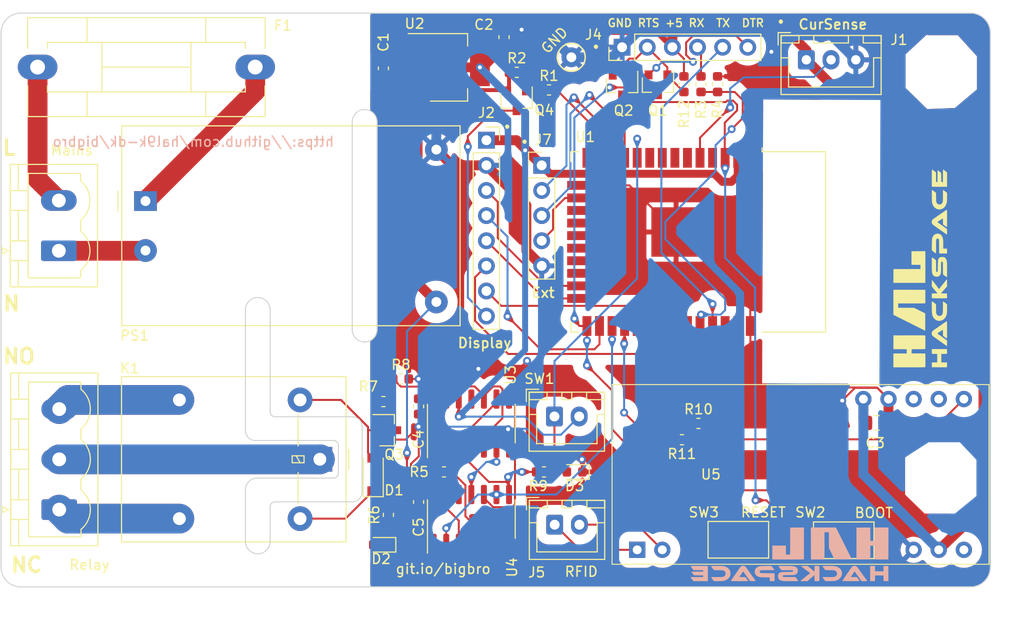
<source format=kicad_pcb>
(kicad_pcb (version 20240819) (generator "pcbnew") (generator_version "8.99")
  (title_block (comment 4 "AISLER Project ID: SQCZZVGA"))
  (layers (0 "F.Cu" signal) (2 "B.Cu" signal) (13 "F.Paste" user) (15 "B.Paste" user) (5 "F.SilkS" user) (7 "B.SilkS" user) (1 "F.Mask" user) (3 "B.Mask" user) (25 "Edge.Cuts" user))
  (net 0 "")
  (net 1 "+5V")
  (net 2 "GND")
  (net 3 "+3V3")
  (net 4 "Net-(D1-A)")
  (net 5 "Net-(D2-K)")
  (net 6 "Net-(J3-Pin_1)")
  (net 7 "Net-(PS1-AC{slash}L)")
  (net 8 "/MCU_TX0")
  (net 9 "/~{DTR}")
  (net 10 "Net-(J3-Pin_2)")
  (net 11 "/~{BOOT}")
  (net 12 "/~{RESET}")
  (net 13 "Net-(J4-Pin_4)")
  (net 14 "/MCU_RX0")
  (net 15 "/card_switch")
  (net 16 "/relay_gpio")
  (net 17 "/relay")
  (net 18 "Net-(J5-Pin_1)")
  (net 19 "Net-(J5-Pin_2)")
  (net 20 "Net-(Q3-G)")
  (net 21 "Net-(Q4-B)")
  (net 25 "Ext1")
  (net 28 "Ext2")
  (net 30 "Display_Led")
  (net 33 "Ext3")
  (net 34 "/Relay_trig")
  (net 35 "/Relay_reset")
  (net 36 "/~{relay_gpio}")
  (net 37 "/~{card_switch}")
  (net 38 "/COM")
  (net 39 "/NO")
  (net 40 "/NC")
  (net 43 "Display_SCk")
  (net 44 "Display_SDA")
  (net 45 "Display_A0")
  (net 46 "Display_Reset")
  (net 47 "Display_CS")
  (net 49 "Display_backlight")
  (net 51 "ESP_RFID_TX")
  (net 56 "Net-(U3-Pad4)")
  (net 61 "Net-(D3-A)")
  (net 63 "/CurrentSense")
  (net 65 "Net-(U5-TX)")
  (net 66 "~{RTS}")
  (footprint "LED_SMD:LED_0603_1608Metric" (layer "F.Cu") (at 104.4195 110.744 180)
    (property "Reference" "D2")
    (property "Value" "LED")
  )
  (footprint "Package_TO_SOT_SMD:SOT-223-3_TabPin2" (layer "F.Cu") (at 111.252 62.484)
    (property "Reference" "U2")
    (property "Value" "AP1117-33")
  )
  (footprint "modules:Fuseholder5x20_horiz_SemiClosed_Casing10x25mm" (layer "F.Cu") (at 69.694 62.459)
    (property "Reference" "F1")
    (property "Value" "250mA")
  )
  (footprint "Resistor_SMD:R_0603_1608Metric" (layer "F.Cu") (at 136.7536 64.1859 -90)
    (property "Reference" "R3")
    (property "Value" "1k2")
  )
  (footprint "Resistor_SMD:R_0603_1608Metric" (layer "F.Cu") (at 118.1355 62.992)
    (property "Reference" "R2")
    (property "Value" "1k")
  )
  (footprint "MountingHole:MountingHole_3.2mm_M3" (layer "F.Cu") (at 74 89)
    (property "Reference" "H1" (hide yes))
    (property "Value" "MountingHole" (hide yes))
  )
  (footprint "Capacitor_SMD:C_0603_1608Metric" (layer "F.Cu") (at 108.204 106.413 -90)
    (property "Reference" "C5")
    (property "Value" "100n")
  )
  (footprint "Connector_PinHeader_2.54mm:PinHeader_1x05_P2.54mm_Vertical" (layer "F.Cu") (at 120.65 72.39)
    (property "Reference" "J7")
    (property "Value" "Ext")
  )
  (footprint "Package_TO_SOT_SMD:SOT-23" (layer "F.Cu") (at 128.778 64.278 -90)
    (property "Reference" "Q2")
    (property "Value" "MMBT3904")
  )
  (footprint "RF_Module:ESP32-WROOM-32" (layer "F.Cu") (at 133.477 80.128 -90)
    (property "Reference" "U1")
    (property "Value" "ESP32-WROOM-32")
  )
  (footprint "Resistor_SMD:R_0603_1608Metric" (layer "F.Cu") (at 104.648 96.266 180)
    (property "Reference" "R7")
    (property "Value" "1k")
  )
  (footprint "hal9k-graphics:hal9k-logo_20mm" (layer "F.Cu") (at 158.9024 82.804 90)
    (property "Reference" "G***" (hide yes))
    (property "Value" "LOGO" (hide yes))
  )
  (footprint "Capacitor_SMD:C_0603_1608Metric_Pad1.08x0.95mm_HandSolder" (layer "F.Cu") (at 116.84 59.436 90)
    (property "Reference" "C2")
    (property "Value" "10u")
  )
  (footprint "Connector_JST:JST_XH_B3B-XH-A_1x03_P2.50mm_Vertical" (layer "F.Cu") (at 147.4 61.722)
    (property "Reference" "J1")
    (property "Value" "Current Sense")
  )
  (footprint "Converter_ACDC:Converter_ACDC_HiLink_HLK-PMxx" (layer "F.Cu") (at 80.6 76)
    (property "Reference" "PS1")
    (property "Value" "HLK-PM01")
  )
  (footprint "Package_TO_SOT_SMD:SOT-23" (layer "F.Cu") (at 118.11 65.8645 -90)
    (property "Reference" "Q4")
    (property "Value" "MMBT3906")
  )
  (footprint "Package_SO:SOIC-14_3.9x8.7mm_P1.27mm" (layer "F.Cu") (at 113.538 108.139 90)
    (property "Reference" "U4")
    (property "Value" "4011")
  )
  (footprint "TestPoint:TestPoint_Keystone_5000-5004_Miniature" (layer "F.Cu") (at 123.6472 61.468)
    (property "Reference" "TP11" (hide yes))
    (property "Value" "TestPoint")
  )
  (footprint "Button_Switch_SMD:SW_SPST_CK_RS282G05A3" (layer "F.Cu") (at 140.5244 110.236)
    (property "Reference" "SW3")
    (property "Value" "SW_SPST")
  )
  (footprint "Resistor_SMD:R_0603_1608Metric" (layer "F.Cu") (at 106.426 93.98)
    (property "Reference" "R8")
    (property "Value" "10k")
  )
  (footprint "LED_SMD:LED_0603_1608Metric" (layer "F.Cu") (at 123.9775 103.378 180)
    (property "Reference" "D3")
    (property "Value" "LED")
  )
  (footprint "Resistor_SMD:R_0603_1608Metric" (layer "F.Cu") (at 136.4995 98.4758)
    (property "Reference" "R10")
    (property "Value" "2k2")
  )
  (footprint "Diode_SMD:D_SOD-123" (layer "F.Cu") (at 103.632 103.632 90)
    (property "Reference" "D1")
    (property "Value" "1N4148")
  )
  (footprint "modules:RDM6300_B38.5x18.2mm" (layer "F.Cu") (at 130.302 111.252)
    (property "Reference" "U5")
    (property "Value" "RDM6300")
  )
  (footprint "Resistor_SMD:R_0603_1608Metric" (layer "F.Cu") (at 135.0264 64.1859 -90)
    (property "Reference" "R12")
    (property "Value" "4k7")
  )
  (footprint "Package_TO_SOT_SMD:SOT-23" (layer "F.Cu") (at 132.4 64.246 -90)
    (property "Reference" "Q1")
    (property "Value" "MMBT3904")
  )
  (footprint "Connector_JST:JST_XH_B2B-XH-A_1x02_P2.50mm_Vertical" (layer "F.Cu") (at 121.96 108.712)
    (property "Reference" "J5")
    (property "Value" "RFID")
  )
  (footprint "Resistor_SMD:R_0603_1608Metric" (layer "F.Cu") (at 138.43 64.1859 90)
    (property "Reference" "R4")
    (property "Value" "2k2")
  )
  (footprint "Connector_Phoenix_MSTB:PhoenixContact_MSTBVA_2,5_2-G-5,08_1x02_P5.08mm_Vertical" (layer "F.Cu") (at 71.8425 81.026 90)
    (property "Reference" "J3" (hide yes))
    (property "Value" "Mains")
  )
  (footprint "MountingHole:MountingHole_3.2mm_M3" (layer "F.Cu") (at 99 63)
    (property "Reference" "H2" (hide yes))
    (property "Value" "MountingHole" (hide yes))
  )
  (footprint "Relay_THT:Relay_SPDT_Omron-G5LE-1" (layer "F.Cu") (at 98.2275 102.1 -90)
    (property "Reference" "K1")
    (property "Value" "G5LE-1")
  )
  (footprint "Resistor_SMD:R_0603_1608Metric" (layer "F.Cu") (at 134.8232 100.1268 180)
    (property "Reference" "R11")
    (property "Value" "1k2")
  )
  (footprint "Resistor_SMD:R_0603_1608Metric" (layer "F.Cu") (at 120.8785 103.378)
    (property "Reference" "R9")
    (property "Value" "680")
  )
  (footprint "MountingHole:MountingHole_3.2mm_M3" (layer "F.Cu") (at 161 63)
    (property "Reference" "H3" (hide yes))
    (property "Value" "MountingHole" (hide yes))
  )
  (footprint "Package_TO_SOT_SMD:SOT-23" (layer "F.Cu") (at 104.9942 99.1616)
    (property "Reference" "Q3")
    (property "Value" "BSS138")
  )
  (footprint "MountingHole:MountingHole_3.2mm_M3" (layer "F.Cu") (at 161 104)
    (property "Reference" "H4" (hide yes))
    (property "Value" "MountingHole" (hide yes))
  )
  (footprint "Connector_PinSocket_2.54mm:PinSocket_1x08_P2.54mm_Vertical" (layer "F.Cu") (at 115.061293 69.850707)
    (property "Reference" "J2")
    (property "Value" "Display")
  )
  (footprint "Capacitor_SMD:C_0603_1608Metric" (layer "F.Cu") (at 108.204 96.761 -90)
    (property "Reference" "C4")
    (property "Value" "100n")
  )
  (footprint "Button_Switch_SMD:SW_SPST_CK_RS282G05A3" (layer "F.Cu") (at 151.1808 110.2868 180)
    (property "Reference" "SW2")
    (property "Value" "SW_SPST")
  )
  (footprint "Connector_Phoenix_MSTB:PhoenixContact_MSTBVA_2,5_3-G-5,08_1x03_P5.08mm_Vertical" (layer "F.Cu") (at 71.882 107.188 90)
    (property "Reference" "J6" (hide yes))
    (property "Value" "Relay")
  )
  (footprint "Capacitor_SMD:C_0805_2012Metric" (layer "F.Cu") (at 154.5082 98.425)
    (property "Reference" "C3")
    (property "Value" "10u")
  )
  (footprint "Package_SO:SOIC-14_3.9x8.7mm_P1.27mm" (layer "F.Cu") (at 113.538 98.487 90)
    (property "Reference" "U3")
    (property "Value" "4011")
  )
  (footprint "Connector_PinHeader_2.54mm:PinHeader_1x06_P2.54mm_Vertical" (layer "F.Cu") (at 128.778 60.452 90)
    (property "Reference" "J4")
    (property "Value" "Debug" (hide yes))
  )
  (footprint "Resistor_SMD:R_0603_1608Metric" (layer "F.Cu") (at 121.3865 64.77)
    (property "Reference" "R1")
    (property "Value" "4k7")
  )
  (footprint "Capacitor_SMD:C_0603_1608Metric" (layer "F.Cu") (at 104.648 62.5845 90)
    (property "Reference" "C1")
    (property "Value" "1u")
  )
  (footprint "Resistor_SMD:R_0603_1608Metric" (layer "F.Cu") (at 110.7695 103.378)
    (property "Reference" "R5")
    (property "Value" "10k")
  )
  (footprint "Resistor_SMD:R_0603_1608Metric" (layer "F.Cu") (at 105.156 107.7215 90)
    (property "Reference" "R6")
    (property "Value" "1K5")
  )
  (footprint "Connector_JST:JST_XH_B2B-XH-A_1x02_P2.50mm_Vertical" (layer "F.Cu") (at 121.94 97.773)
    (property "Reference" "SW1")
    (property "Value" "Card switch")
  )
  (footprint "hal9k-graphics:hal9k-logo_20mm" (layer "B.Cu") (at 145.6944 111.7 180)
    (property "Reference" "G***" (hide yes))
    (property "Value" "LOGO" (hide yes))
  )
  (gr_arc (start 104 89) (mid 102.75 90.25) (end 101.5 89) (stroke (width 0.1)) (layer "Edge.Cuts"))
  (gr_arc (start 101.5 68) (mid 102.75 66.75) (end 104 68) (stroke (width 0.1)) (layer "Edge.Cuts"))
  (gr_line (start 91.9 104) (end 99.6 104) (stroke (width 0.1)) (layer "Edge.Cuts"))
  (gr_line (start 100.1 103.5) (end 100.1 100.7) (stroke (width 0.1)) (layer "Edge.Cuts"))
  (gr_arc (start 101.5 97.8) (mid 102.207107 98.092893) (end 102.5 98.8) (stroke (width 0.1)) (layer "Edge.Cuts"))
  (gr_line (start 90.7 99.2) (end 90.7 86.992893) (stroke (width 0.1)) (layer "Edge.Cuts"))
  (gr_line (start 101.5 89) (end 101.5 68) (stroke (width 0.1)) (layer "Edge.Cuts"))
  (gr_line (start 99.6 100.2) (end 91.7 100.2) (stroke (width 0.1)) (layer "Edge.Cuts"))
  (gr_line (start 93.7 97.8) (end 101.5 97.8) (stroke (width 0.1)) (layer "Edge.Cuts"))
  (gr_arc (start 90.7 86.992893) (mid 91.953564 85.742888) (end 93.2 87) (stroke (width 0.1)) (layer "Edge.Cuts"))
  (gr_arc (start 93.2 106.9) (mid 93.346447 106.546447) (end 93.7 106.4) (stroke (width 0.1)) (layer "Edge.Cuts"))
  (gr_line (start 166 59) (end 166 113) (stroke (width 0.1)) (layer "Edge.Cuts"))
  (gr_arc (start 93.7 97.8) (mid 93.346447 97.653553) (end 93.2 97.3) (stroke (width 0.1)) (layer "Edge.Cuts"))
  (gr_arc (start 68 115) (mid 66.585786 114.414214) (end 66 113) (stroke (width 0.1)) (layer "Edge.Cuts"))
  (gr_arc (start 166 113) (mid 165.414214 114.414214) (end 164 115) (stroke (width 0.1)) (layer "Edge.Cuts"))
  (gr_arc (start 100.1 103.5) (mid 99.953553 103.853553) (end 99.6 104) (stroke (width 0.1)) (layer "Edge.Cuts"))
  (gr_arc (start 91.7 100.2) (mid 90.992893 99.907107) (end 90.7 99.2) (stroke (width 0.1)) (layer "Edge.Cuts"))
  (gr_line (start 90.7 110.4) (end 90.7 105.2) (stroke (width 0.1)) (layer "Edge.Cuts"))
  (gr_line (start 66 113) (end 66 59) (stroke (width 0.1)) (layer "Edge.Cuts"))
  (gr_line (start 93.2 87) (end 93.2 97.3) (stroke (width 0.1)) (layer "Edge.Cuts"))
  (gr_arc (start 93.2 110.4) (mid 91.95 111.65) (end 90.7 110.4) (stroke (width 0.1)) (layer "Edge.Cuts"))
  (gr_line (start 68 57) (end 164 57) (stroke (width 0.1)) (layer "Edge.Cuts"))
  (gr_line (start 102.5 98.8) (end 102.5 105.4) (stroke (width 0.1)) (layer "Edge.Cuts"))
  (gr_arc (start 66 59) (mid 66.585786 57.585786) (end 68 57) (stroke (width 0.1)) (layer "Edge.Cuts"))
  (gr_line (start 164 115) (end 68 115) (stroke (width 0.1)) (layer "Edge.Cuts"))
  (gr_arc (start 164 57) (mid 165.414214 57.585786) (end 166 59) (stroke (width 0.1)) (layer "Edge.Cuts"))
  (gr_line (start 101.5 106.4) (end 93.7 106.4) (stroke (width 0.1)) (layer "Edge.Cuts"))
  (gr_arc (start 90.7 105.2) (mid 91.051472 104.351472) (end 91.9 104) (stroke (width 0.1)) (layer "Edge.Cuts"))
  (gr_arc (start 99.6 100.2) (mid 99.953553 100.346447) (end 100.1 100.7) (stroke (width 0.1)) (layer "Edge.Cuts"))
  (gr_line (start 93.2 106.9) (end 93.2 110.4) (stroke (width 0.1)) (layer "Edge.Cuts"))
  (gr_line (start 104 89) (end 104 68) (stroke (width 0.1)) (layer "Edge.Cuts"))
  (gr_arc (start 102.5 105.4) (mid 102.207107 106.107107) (end 101.5 106.4) (stroke (width 0.1)) (layer "Edge.Cuts"))
  (gr_text "git.io/bigbro" (at 110.6932 113.1824 0) (layer "F.SilkS") (effects (font (size 1 1))))
  (gr_text "Ext" (at 119.5324 85.852 0) (layer "F.SilkS") (effects (font (size 1 1) (thickness 0.18) (bold yes)) (justify left bottom)))
  (gr_text "RESET" (at 140.6906 108.0516 0) (layer "F.SilkS") (effects (font (size 1 1)) (justify left bottom)))
  (gr_text "RFID" (at 122.8852 114.046 0) (layer "F.SilkS") (effects (font (size 1 1)) (justify left bottom)))
  (gr_text "CurSense" (at 146.5072 58.7248 0) (layer "F.SilkS") (effects (font (size 1 1) (thickness 0.18) (bold yes)) (justify left bottom)))
  (gr_text "•" (at 126.8476 60.9092 0) (layer "F.SilkS") (effects (font (size 1 1)) (justify left bottom mirror)))
  (gr_text "GND RTS +5 RX  TX  DTR" (at 127.2286 58.4708 0) (layer "F.SilkS") (effects (font (size 0.8 0.8)) (justify left bottom)))
  (gr_text "N" (at 67.056 86.36 0) (layer "F.SilkS") (effects (font (size 1.5 1.5) (thickness 0.3))))
  (gr_text "NO" (at 67.818 91.694 0) (layer "F.SilkS") (effects (font (size 1.5 1.5) (thickness 0.3))))
  (gr_text "NC" (at 68.58 112.776 0) (layer "F.SilkS") (effects (font (size 1.5 1.5) (thickness 0.3))))
  (gr_text "L" (at 66.802 70.612 0) (layer "F.SilkS") (effects (font (size 1.5 1.5) (thickness 0.3))))
  (gr_text "•" (at 119.634 70.5104 0) (layer "F.SilkS") (effects (font (size 1 1)) (justify left bottom mirror)))
  (gr_text "BOOT" (at 152.1968 108.1024 0) (layer "F.SilkS") (effects (font (size 1 1)) (justify left bottom)))
  (gr_text "•" (at 145.542 58.3692 0) (layer "F.SilkS") (effects (font (size 1 1)) (justify left bottom mirror)))
  (gr_text "Display" (at 112.0648 90.932 0) (layer "F.SilkS") (effects (font (size 1 1) (thickness 0.18) (bold yes)) (justify left bottom)))
  (gr_text "•" (at 117.8814 68.9864 0) (layer "F.SilkS") (effects (font (size 1 1)) (justify left bottom mirror)))
  (gr_text "GND" (at 121.2088 61.3156 45) (layer "F.SilkS") (effects (font (size 1 1)) (justify left bottom)))
  (gr_text "https://github.com/hal9k-dk/bigbro" (at 99.7458 70.5866 0) (layer "B.SilkS") (effects (font (size 1 1)) (justify left bottom mirror)))
  (segment (start 155.17915 65.086) (end 165.3032 75.692) (width 1) (layer "F.Cu") (net 1))
  (segment (start 100.814 108.1) (end 96.2275 108.1) (width 0.2) (layer "F.Cu") (net 1))
  (segment (start 117.017 64.784) (end 117.16 64.927) (width 0.4) (layer "F.Cu") (net 1))
  (segment (start 103.632 110.744) (end 104.407 111.519) (width 0.2) (layer "F.Cu") (net 1))
  (segment (start 153.162 98.0288) (end 153.5582 98.425) (width 1) (layer "F.Cu") (net 1))
  (segment (start 103.632 105.282) (end 100.814 108.1) (width 0.2) (layer "F.Cu") (net 1))
  (segment (start 147.4 60.747) (end 145.155 58.502) (width 1) (layer "F.Cu") (net 1))
  (segment (start 107.029499 110.130124) (end 107.029499 101.453701) (width 0.2) (layer "F.Cu") (net 1))
  (segment (start 117.348 62.792691) (end 121.238691 58.902) (width 0.6) (layer "F.Cu") (net 1))
  (segment (start 108.102 64.784) (end 117.017 64.784) (width 0.4) (layer "F.Cu") (net 1))
  (segment (start 104.407 111.519) (end 105.640623 111.519) (width 0.2) (layer "F.Cu") (net 1))
  (segment (start 147.4 61.722) (end 150.764 65.086) (width 1) (layer "F.Cu") (net 1))
  (segment (start 108.102 84.302) (end 110 86.2) (width 1) (layer "F.Cu") (net 1))
  (segment (start 107.029499 101.453701) (end 107.0356 101.4476) (width 0.2) (layer "F.Cu") (net 1))
  (segment (start 134.605919 58.502) (end 133.858 59.249919) (width 1) (layer "F.Cu") (net 1))
  (segment (start 108.102 64.784) (end 108.102 84.302) (width 1) (layer "F.Cu") (net 1))
  (segment (start 104.648 63.3595) (end 106.0725 64.784) (width 1) (layer "F.Cu") (net 1))
  (segment (start 133.858 59.249919) (end 133.858 60.452) (width 1) (layer "F.Cu") (net 1))
  (segment (start 135.0264 63.3984) (end 135.0264 61.6204) (width 0.2) (layer "F.Cu") (net 1))
  (segment (start 165.3032 75.692) (end 165.3032 106.934) (width 1) (layer "F.Cu") (net 1))
  (segment (start 117.348 62.992) (end 117.348 64.739) (width 0.4) (layer "F.Cu") (net 1))
  (segment (start 121.238691 58.902) (end 132.308 58.902) (width 0.6) (layer "F.Cu") (net 1))
  (segment (start 106.0725 64.784) (end 108.102 64.784) (width 1) (layer "F.Cu") (net 1))
  (segment (start 150.764 65.086) (end 155.17915 65.086) (width 1) (layer "F.Cu") (net 1))
  (segment (start 145.155 58.502) (end 134.605919 58.502) (width 1) (layer "F.Cu") (net 1))
  (segment (start 103.632 105.282) (end 103.632 110.744) (width 0.2) (layer "F.Cu") (net 1))
  (segment (start 135.0264 61.6204) (end 133.858 60.452) (width 0.2) (layer "F.Cu") (net 1))
  (segment (start 117.348 64.739) (end 117.16 64.927) (width 0.4) (layer "F.Cu") (net 1))
  (segment (start 132.308 58.902) (end 133.858 60.452) (width 0.6) (layer "F.Cu") (net 1))
  (segment (start 153.162 96.012) (end 153.162 98.0288) (width 1) (layer "F.Cu") (net 1))
  (segment (start 165.3032 106.934) (end 160.782 111.252) (width 1) (layer "F.Cu") (net 1))
  (segment (start 147.4 61.722) (end 147.4 60.747) (width 1) (layer "F.Cu") (net 1))
  (segment (start 105.640623 111.519) (end 107.029499 110.130124) (width 0.2) (layer "F.Cu") (net 1))
  (via (at 107.0356 101.4476) (size 0.8) (drill 0.4) (layers "F.Cu" "B.Cu") (net 1))
  (segment (start 107.0356 89.1644) (end 110 86.2) (width 0.2) (layer "B.Cu") (net 1))
  (segment (start 153.162 96.012) (end 153.162 103.632) (width 1) (layer "B.Cu") (net 1))
  (segment (start 153.162 103.632) (end 160.782 111.252) (width 1) (layer "B.Cu") (net 1))
  (segment (start 107.0356 101.4476) (end 107.0356 89.1644) (width 0.2) (layer "B.Cu") (net 1))
  (segment (start 137.287 98.4758) (end 137.3378 98.4758) (width 0.2) (layer "F.Cu") (net 2))
  (segment (start 107.429 106.413) (end 107.429 102.5652) (width 0.2) (layer "F.Cu") (net 2))
  (segment (start 108.204 97.536) (end 108.204 98.806) (width 0.2) (layer "F.Cu") (net 2))
  (segment (start 103.9942 100.1116) (end 106.8984 100.1116) (width 0.2) (layer "F.Cu") (net 2))
  (segment (start 155.702 98.1812) (end 155.4582 98.425) (width 1) (layer "F.Cu") (net 2))
  (segment (start 117.2485 100.8625) (end 117.348 100.962) (width 0.2) (layer "F.Cu") (net 2))
  (segment (start 114.2492 92.964) (end 118.357895 92.964) (width 0.2) (layer "F.Cu") (net 2))
  (segment (start 108.204 107.188) (end 107.429 106.413) (width 0.2) (layer "F.Cu") (net 2))
  (segment (start 141.732 74.422) (end 137.026 79.128) (width 0.2) (layer "F.Cu") (net 2))
  (segment (start 137.026 79.128) (end 134.232 79.128) (width 0.2) (layer "F.Cu") (net 2))
  (segment (start 112.938 104.722604) (end 112.938 107.858) (width 0.2) (layer "F.Cu") (net 2))
  (segment (start 107.429 102.5652) (end 108.2294 101.8032) (width 0.2) (layer "F.Cu") (net 2))
  (segment (start 119.1005 76.429914) (end 119.1005 81.0005) (width 1) (layer "F.Cu") (net 2))
  (segment (start 106.2735 60.184) (end 108.102 60.184) (width 1) (layer "F.Cu") (net 2))
  (segment (start 129.517 74.413) (end 134.232 79.128) (width 0.2) (layer "F.Cu") (net 2))
  (segment (start 124.222 74.413) (end 129.517 74.413) (width 0.2) (layer "F.Cu") (net 2))
  (segment (start 108.204 110.701396) (end 109.391604 111.889) (width 0.2) (layer "F.Cu") (net 2))
  (segment (start 109.7125 58.5735) (end 108.102 60.184) (width 1) (layer "F.Cu") (net 2))
  (segment (start 104.648 61.8095) (end 106.2735 60.184) (width 1) (layer "F.Cu") (net 2))
  (segment (start 117.2485 99.06) (end 117.2485 100.8625) (width 0.2) (layer "F.Cu") (net 2))
  (segment (start 141.732 86.628) (end 141.732 88.628) (width 0.2) (layer "F.Cu") (net 2))
  (segment (start 136.6244 110.236) (end 139.065 110.236) (width 0.2) (layer "F.Cu") (net 2))
  (segment (start 114.808 109.728) (end 114.808 110.614) (width 0.2) (layer "F.Cu") (net 2))
  (segment (start 112.938 107.858) (end 114.808 109.728) (width 0.2) (layer "F.Cu") (net 2))
  (segment (start 141.732 71.628) (end 141.732 74.422) (width 0.2) (layer "F.Cu") (net 2))
  (segment (start 134.232 79.128) (end 141.732 86.628) (width 0.2) (layer "F.Cu") (net 2))
  (segment (start 124.714 102.108) (end 124.714 103.327) (width 0.2) (layer "F.Cu") (net 2))
  (segment (start 119.1005 81.0005) (end 120.65 82.55) (width 1) (layer "F.Cu") (net 2))
  (segment (start 152.3058 94.887) (end 151.0284 96.1644) (width 0.2) (layer "F.Cu") (net 2))
  (segment (start 138.43 63.3984) (end 141.3764 63.3984) (width 0.2) (layer "F.Cu") (net 2))
  (segment (start 106.8984 100.1116) (end 108.204 98.806) (width 0.2) (layer "F.Cu") (net 2))
  (segment (start 139.065 110.236) (end 140.6906 111.8616) (width 0.2) (layer "F.Cu") (net 2))
  (segment (start 118.618 58.674) (end 116.9405 58.674) (width 1) (layer "F.Cu") (net 2))
  (segment (start 124.714 103.327) (end 124.765 103.378) (width 0.2) (layer "F.Cu") (net 2))
  (segment (start 108.204 107.188) (end 108.204 110.701396) (width 0.2) (layer "F.Cu") (net 2))
  (segment (start 154.5336 94.8436) (end 155.702 96.012) (width 0.2) (layer "F.Cu") (net 2))
  (segment (start 114.808 110.614) (end 116.078 110.614) (width 0.2) (layer "F.Cu") (net 2))
  (segment (start 141.732 88.628) (end 141.7828 94.0308) (width 0.2) (layer "F.Cu") (net 2))
  (segment (start 153.506 111.8616) (end 155.0808 110.2868) (width 0.2) (layer "F.Cu") (net 2))
  (segment (start 109.391604 111.889) (end 114.171 111.889) (width 0.2) (layer "F.Cu") (net 2))
  (segment (start 155.702 96.012) (end 154.577 94.887) (width 0.2) (layer "F.Cu") (net 2))
  (segment (start 137.3378 98.4758) (end 141.7828 94.0308) (width 0.2) (layer "F.Cu") (net 2))
  (segment (start 114.808 111.252) (end 114.808 110.614) (width 0.2) (layer "F.Cu") (net 2))
  (segment (start 108.2294 101.8032) (end 108.204 98.806) (width 0.2) (layer "F.Cu") (net 2))
  (segment (start 115.061293 72.390707) (end 119.1005 76.429914) (width 1) (layer "F.Cu") (net 2))
  (segment (start 154.577 94.887) (end 152.3058 94.887) (width 0.2) (layer "F.Cu") (net 2))
  (segment (start 114.171 111.889) (end 114.808 111.252) (width 0.2) (layer "F.Cu") (net 2))
  (segment (start 116.9405 58.674) (end 116.84 58.5735) (width 1) (layer "F.Cu") (net 2))
  (segment (start 111.557 103.378) (end 111.593396 103.378) (width 0.2) (layer "F.Cu") (net 2))
  (segment (start 141.7828 94.0308) (end 142.6464 94.8436) (width 0.2) (layer "F.Cu") (net 2))
  (segment (start 129.7664 103.378) (end 136.6244 110.236) (width 0.2) (layer "F.Cu") (net 2))
  (segment (start 142.6464 94.8436) (end 154.5336 94.8436) (width 0.2) (layer "F.Cu") (net 2))
  (segment (start 107.2135 93.98) (end 108.204 93.98) (width 0.2) (layer "F.Cu") (net 2))
  (segment (start 116.078 110.614) (end 117.348 110.614) (width 0.2) (layer "F.Cu") (net 2))
  (segment (start 141.3764 63.3984) (end 143.8656 60.9092) (width 0.2) (layer "F.Cu") (net 2))
  (segment (start 111.593396 103.378) (end 112.938 104.722604) (width 0.2) (layer "F.Cu") (net 2))
  (segment (start 110 70.8) (end 111.590707 72.390707) (width 1) (layer "F.Cu") (net 2))
  (segment (start 140.6906 111.8616) (end 153.506 111.8616) (width 0.2) (layer "F.Cu") (net 2))
  (segment (start 118.357895 92.964) (end 119.170793 92.151102) (width 0.2) (layer "F.Cu") (net 2))
  (segment (start 111.590707 72.390707) (end 115.061293 72.390707) (width 1) (layer "F.Cu") (net 2))
  (segment (start 116.84 58.5735) (end 109.7125 58.5735) (width 1) (layer "F.Cu") (net 2))
  (segment (start 124.765 103.378) (end 129.7664 103.378) (width 0.2) (layer "F.Cu") (net 2))
  (segment (start 155.702 96.012) (end 155.702 98.1812) (width 1) (layer "F.Cu") (net 2))
  (via (at 108.204 93.98) (size 0.8) (drill 0.4) (layers "F.Cu" "B.Cu") (net 2))
  (via (at 151.0284 96.1644) (size 0.8) (drill 0.4) (layers "F.Cu" "B.Cu") (net 2))
  (via (at 119.170793 92.151102) (size 0.8) (drill 0.4) (layers "F.Cu" "B.Cu") (net 2))
  (via (at 108.204 98.806) (size 0.8) (drill 0.4) (layers "F.Cu" "B.Cu") (net 2))
  (via (at 124.714 102.108) (size 0.8) (drill 0.4) (layers "F.Cu" "B.Cu") (net 2))
  (via (at 118.618 58.674) (size 0.8) (drill 0.4) (layers "F.Cu" "B.Cu") (net 2))
  (via (at 114.2492 92.964) (size 0.8) (drill 0.4) (layers "F.Cu" "B.Cu") (net 2))
  (via (at 117.2485 99.06) (size 0.8) (drill 0.4) (layers "F.Cu" "B.Cu") (net 2))
  (via (at 143.8656 60.9092) (size 0.8) (drill 0.4) (layers "F.Cu" "B.Cu") (net 2))
  (segment (start 143.8656 58.902) (end 149.58 58.902) (width 1) (layer "B.Cu") (net 2))
  (segment (start 108.204 93.98) (end 113.2332 93.98) (width 0.2) (layer "B.Cu") (net 2))
  (segment (start 151.0284 96.1644) (end 151.0284 104.0384) (width 0.2) (layer "B.Cu") (net 2))
  (segment (start 118.5672 58.6232) (end 118.618 58.674) (width 1) (layer "B.Cu") (net 2))
  (segment (start 116.9945 98.806) (end 117.2485 99.06) (width 0.2) (layer "B.Cu") (net 2))
  (segment (start 130.328 58.902) (end 143.8656 58.902) (width 1) (layer "B.Cu") (net 2))
  (segment (start 112.268 58.6232) (end 118.5672 58.6232) (width 1) (layer "B.Cu") (net 2))
  (segment (start 120.8532 58.674) (end 123.6472 61.468) (width 1) (layer "B.Cu") (net 2))
  (segment (start 122.174 102.1588) (end 124.714 102.108) (width 0.2) (layer "B.Cu") (net 2))
  (segment (start 117.2485 99.06) (end 119.126 99.0092) (width 0.2) (layer "B.Cu") (net 2))
  (segment (start 143.8656 60.9092) (end 143.8656 58.902) (width 0.2) (layer "B.Cu") (net 2))
  (segment (start 108.204 93.98) (end 108.204 98.806) (width 0.2) (layer "B.Cu") (net 2))
  (segment (start 110 70.8) (end 110 60.8912) (width 1) (layer "B.Cu") (net 2))
  (segment (start 108.204 98.806) (end 116.9945 98.806) (width 0.2) (layer "B.Cu") (net 2))
  (segment (start 128.778 60.452) (end 130.328 58.902) (width 1) (layer "B.Cu") (net 2))
  (segment (start 149.58 58.902) (end 152.4 61.722) (width 1) (layer "B.Cu") (net 2))
  (segment (start 119.126 99.0092) (end 122.174 102.1588) (width 0.2) (layer "B.Cu") (net 2))
  (segment (start 123.6472 61.468) (end 127.762 61.468) (width 1) (layer "B.Cu") (net 2))
  (segment (start 118.618 58.674) (end 120.8532 58.674) (width 1) (layer "B.Cu") (net 2))
  (segment (start 113.2332 93.98) (end 114.2492 92.964) (width 0.2) (layer "B.Cu") (net 2))
  (segment (start 110 60.8912) (end 112.268 58.6232) (width 1) (layer "B.Cu") (net 2))
  (segment (start 127.762 61.468) (end 128.778 60.452) (width 1) (layer "B.Cu") (net 2))
  (segment (start 151.0284 104.0384) (end 158.242 111.252) (width 0.2) (layer "B.Cu") (net 2))
  (segment (start 121.501901 73.241901) (end 120.65 72.39) (width 0.8) (layer "F.Cu") (net 3))
  (segment (start 138.902257 74.054701) (end 138.089457 73.241901) (width 0.8) (layer "F.Cu") (net 3))
  (segment (start 110.998 96.012) (end 112.268 96.012) (width 0.2) (layer "F.Cu") (net 3))
  (segment (start 114.402 62.484) (end 114.6545 62.484) (width 1) (layer "F.Cu") (net 3))
  (segment (start 114.6545 62.484) (end 116.84 60.2985) (width 1) (layer "F.Cu") (net 3))
  (segment (start 138.089457 73.241901) (end 121.501901 73.241901) (width 0.8) (layer "F.Cu") (net 3))
  (segment (start 109.728 96.012) (end 108.23 96.012) (width 0.2) (layer "F.Cu") (net 3))
  (segment (start 109.128 105.064) (end 109.728 105.664) (width 0.2) (layer "F.Cu") (net 3))
  (segment (start 139.835299 74.054701) (end 138.902257 74.054701) (width 0.8) (layer "F.Cu") (net 3))
  (segment (start 109.728 96.012) (end 109.128 96.612) (width 0.2) (layer "F.Cu") (net 3))
  (segment (start 120.65 72.39) (end 118.9736 70.866) (width 0.8) (layer "F.Cu") (net 3))
  (segment (start 109.728 96.012) (end 110.998 96.012) (width 0.2) (layer "F.Cu") (net 3))
  (segment (start 109.128 96.612) (end 109.128 105.064) (width 0.2) (layer "F.Cu") (net 3))
  (segment (start 108.204 105.638) (end 109.702 105.638) (width 0.2) (layer "F.Cu") (net 3))
  (segment (start 140.462 71.628) (end 140.462 73.428) (width 0.8) (layer "F.Cu") (net 3))
  (segment (start 115.061293 69.850707) (end 118.110707 69.850707) (width 1) (layer "F.Cu") (net 3))
  (segment (start 109.702 105.638) (end 109.728 105.664) (width 0.2) (layer "F.Cu") (net 3))
  (segment (start 140.462 73.428) (end 139.835299 74.054701) (width 0.8) (layer "F.Cu") (net 3))
  (segment (start 118.110707 69.850707) (end 120.65 72.39) (width 1) (layer "F.Cu") (net 3))
  (segment (start 112.268 96.012) (end 112.268 97.79) (width 0.2) (layer "F.Cu") (net 3))
  (segment (start 108.23 96.012) (end 108.204 95.986) (width 0.2) (layer "F.Cu") (net 3))
  (segment (start 108.102 62.484) (end 114.402 62.484) (width 1) (layer "F.Cu") (net 3))
  (via (at 118.9736 70.866) (size 0.8) (drill 0.4) (layers "F.Cu" "B.Cu") (net 3))
  (via (at 114.402 62.484) (size 0.8) (drill 0.4) (layers "F.Cu" "B.Cu") (net 3))
  (via (at 112.268 97.79) (size 0.8) (drill 0.4) (layers "F.Cu" "B.Cu") (net 3))
  (segment (start 118.9736 70.866) (end 118.9736 91.059) (width 0.6) (layer "B.Cu") (net 3))
  (segment (start 118.9736 91.059) (end 112.268 97.7646) (width 0.6) (layer "B.Cu") (net 3))
  (segment (start 118.9736 70.866) (end 118.9736 67.0556) (width 0.8) (layer "B.Cu") (net 3))
  (segment (start 118.9736 67.0556) (end 114.402 62.484) (width 0.8) (layer "B.Cu") (net 3))
  (segment (start 120.8024 99.6188) (end 122.5942 99.6188) (width 0.2) (layer "B.Cu") (net 3))
  (segment (start 112.268 97.7646) (end 112.268 97.79) (width 0.6) (layer "B.Cu") (net 3))
  (segment (start 112.268 97.79) (end 118.9736 97.79) (width 0.2) (layer "B.Cu") (net 3))
  (segment (start 122.5942 99.6188) (end 124.44 97.773) (width 0.2) (layer "B.Cu") (net 3))
  (segment (start 118.9736 97.79) (end 120.8024 99.6188) (width 0.2) (layer "B.Cu") (net 3))
  (segment (start 100.359301 96.1) (end 96.2275 96.1) (width 0.2) (layer "F.Cu") (net 4))
  (segment (start 103.0976 101.4476) (end 103.632 101.982) (width 0.2) (layer "F.Cu") (net 4))
  (segment (start 103.065301 98.806) (end 100.359301 96.1) (width 0.2) (layer "F.Cu") (net 4))
  (segment (start 105.156 103.506) (end 103.632 101.982) (width 0.2) (layer "F.Cu") (net 4))
  (segment (start 105.156 106.934) (end 105.156 103.506) (width 0.2) (layer "F.Cu") (net 4))
  (segment (start 105.9942 99.1616) (end 103.0976 99.1616) (width 0.2) (layer "F.Cu") (net 4))
  (segment (start 103.0976 98.838299) (end 103.0976 99.1616) (width 0.2) (layer "F.Cu") (net 4))
  (segment (start 103.0976 99.1616) (end 103.0976 101.4476) (width 0.2) (layer "F.Cu") (net 4))
  (segment (start 100.359301 96.1) (end 103.0976 98.838299) (width 0.2) (layer "F.Cu") (net 4))
  (segment (start 105.156 110.693) (end 105.207 110.744) (width 0.2) (layer "F.Cu") (net 5))
  (segment (start 105.156 108.509) (end 105.156 110.693) (width 0.2) (layer "F.Cu") (net 5))
  (segment (start 71.8425 81.026) (end 80.574 81.026) (width 2) (layer "F.Cu") (net 6))
  (segment (start 80.574 81.026) (end 80.6 81) (width 2) (layer "F.Cu") (net 6))
  (segment (start 91.694 64.906) (end 80.6 76) (width 2) (layer "F.Cu") (net 7))
  (segment (start 91.694 62.459) (end 91.694 64.906) (width 2) (layer "F.Cu") (net 7))
  (segment (start 137.922 86.4108) (end 137.922 88.628) (width 0.2) (layer "F.Cu") (net 8))
  (via (at 137.922 86.4108) (size 0.8) (drill 0.4) (layers "F.Cu" "B.Cu") (net 8))
  (segment (start 138.938 60.452) (end 132.747299 66.642701) (width 0.2) (layer "B.Cu") (net 8))
  (segment (start 132.747299 81.236099) (end 137.922 86.4108) (width 0.2) (layer "B.Cu") (net 8))
  (segment (start 132.747299 66.642701) (end 132.747299 81.236099) (width 0.2) (layer "B.Cu") (net 8))
  (segment (start 135.248 59.975654) (end 135.248 61.2324) (width 0.2) (layer "F.Cu") (net 9))
  (segment (start 131.45 63.246) (end 129.76 63.246) (width 0.2) (layer "F.Cu") (net 9))
  (segment (start 135.921654 59.302) (end 135.248 59.975654) (width 0.2) (layer "F.Cu") (net 9))
  (segment (start 135.248 61.2324) (end 135.9408 61.9252) (width 0.2) (layer "F.Cu") (net 9))
  (segment (start 132.2324 62.5348) (end 132.1612 62.5348) (width 0.2) (layer "F.Cu") (net 9))
  (segment (start 140.328 59.302) (end 135.921654 59.302) (width 0.2) (layer "F.Cu") (net 9))
  (segment (start 129.76 63.246) (end 129.728 63.278) (width 0.2) (layer "F.Cu") (net 9))
  (segment (start 132.1612 62.5348) (end 131.45 63.246) (width 0.2) (layer "F.Cu") (net 9))
  (segment (start 141.478 60.452) (end 140.328 59.302) (width 0.2) (layer "F.Cu") (net 9))
  (via (at 135.9408 61.9252) (size 0.8) (drill 0.4) (layers "F.Cu" "B.Cu") (net 9))
  (via (at 132.2324 62.5348) (size 0.8) (drill 0.4) (layers "F.Cu" "B.Cu") (net 9))
  (segment (start 135.9408 61.9252) (end 132.842 61.9252) (width 0.2) (layer "B.Cu") (net 9))
  (segment (start 132.842 61.9252) (end 132.2324 62.5348) (width 0.2) (layer "B.Cu") (net 9))
  (segment (start 69.694 62.459) (end 69.694 73.7975) (width 2) (layer "F.Cu") (net 10))
  (segment (start 69.694 73.7975) (end 71.8425 75.946) (width 2) (layer "F.Cu") (net 10))
  (segment (start 145.0848 105.2322) (end 147.32 107.5436) (width 0.2) (layer "F.Cu") (net 11))
  (segment (start 124.46 88.628) (end 125.222 88.628) (width 0.2) (layer "F.Cu") (net 11))
  (segment (start 125.222 88.628) (end 125.222 90.0938) (width 0.2) (layer "F.Cu") (net 11))
  (segment (start 127.762 95.1484) (end 127.762 99.06) (width 0.2) (layer "F.Cu") (net 11))
  (segment (start 147.32 107.5436) (end 147.2808 110.2868) (width 0.2) (layer "F.Cu") (net 11))
  (segment (start 133.5278 105.2322) (end 145.0848 105.2322) (width 0.2) (layer "F.Cu") (net 11))
  (segment (start 131.67 64.516) (end 132.4 65.246) (width 0.2) (layer "F.Cu") (net 11))
  (segment (start 127.508 64.516) (end 131.67 64.516) (width 0.2) (layer "F.Cu") (net 11))
  (segment (start 123.952 87.884) (end 124.46 88.628) (width 0.2) (layer "F.Cu") (net 11))
  (segment (start 125.222 92.6084) (end 127.762 95.1484) (width 0.2) (layer "F.Cu") (net 11))
  (segment (start 127.762 99.06) (end 133.5278 105.2322) (width 0.2) (layer "F.Cu") (net 11))
  (via (at 125.222 92.6084) (size 0.8) (drill 0.4) (layers "F.Cu" "B.Cu") (net 11))
  (via (at 125.222 90.0938) (size 0.8) (drill 0.4) (layers "F.Cu" "B.Cu") (net 11))
  (via (at 123.952 87.884) (size 0.8) (drill 0.4) (layers "F.Cu" "B.Cu") (net 11))
  (via (at 127.508 64.516) (size 0.8) (drill 0.4) (layers "F.Cu" "B.Cu") (net 11))
  (segment (start 123.952 67.564) (end 127.508 64.516) (width 0.2) (layer "B.Cu") (net 11))
  (segment (start 123.952 87.884) (end 123.952 67.564) (width 0.2) (layer "B.Cu") (net 11))
  (segment (start 125.222 90.0938) (end 125.222 92.6084) (width 0.2) (layer "B.Cu") (net 11))
  (segment (start 129.496 65.996) (end 128.778 65.278) (width 0.2) (layer "F.Cu") (net 12))
  (segment (start 142.2654 106.2482) (end 143.3576 106.2482) (width 0.2) (layer "F.Cu") (net 12))
  (segment (start 139.1524 71.5884) (end 139.1524 68.084843) (width 0.2) (layer "F.Cu") (net 12))
  (segment (start 140.3995 66.837743) (end 140.3995 66.258257) (width 0.2) (layer "F.Cu") (net 12))
  (segment (start 139.410257 65.8485) (end 139.262757 65.996) (width 0.2) (layer "F.Cu") (net 12))
  (segment (start 139.192 71.628) (end 139.192 72.6694) (width 0.2) (layer "F.Cu") (net 12))
  (segment (start 139.1524 68.084843) (end 140.3995 66.837743) (width 0.2) (layer "F.Cu") (net 12))
  (segment (start 139.192 71.628) (end 139.1524 71.5884) (width 0.2) (layer "F.Cu") (net 12))
  (segment (start 144.4244 107.315) (end 144.4244 110.236) (width 0.2) (layer "F.Cu") (net 12))
  (segment (start 139.989743 65.8485) (end 139.410257 65.8485) (width 0.2) (layer "F.Cu") (net 12))
  (segment (start 143.3576 106.2482) (end 144.4244 107.315) (width 0.2) (layer "F.Cu") (net 12))
  (segment (start 139.262757 65.996) (end 129.496 65.996) (width 0.2) (layer "F.Cu") (net 12))
  (segment (start 140.3995 66.258257) (end 139.989743 65.8485) (width 0.2) (layer "F.Cu") (net 12))
  (via (at 139.192 72.6694) (size 0.8) (drill 0.4) (layers "F.Cu" "B.Cu") (net 12))
  (via (at 142.2654 106.2482) (size 0.8) (drill 0.4) (layers "F.Cu" "B.Cu") (net 12))
  (segment (start 142.2146 84.7598) (end 139.192 81.7372) (width 0.2) (layer "B.Cu") (net 12))
  (segment (start 139.192 81.7372) (end 139.192 72.6694) (width 0.2) (layer "B.Cu") (net 12))
  (segment (start 142.2654 106.2482) (end 142.2146 84.7598) (width 0.2) (layer "B.Cu") (net 12))
  (segment (start 136.7536 63.3984) (end 136.7536 60.8076) (width 0.2) (layer "F.Cu") (net 13))
  (segment (start 136.7536 60.8076) (end 136.398 60.452) (width 0.2) (layer "F.Cu") (net 13))
  (segment (start 136.7536 88.5264) (end 136.652 88.628) (width 0.2) (layer "F.Cu") (net 14))
  (segment (start 136.7536 64.9734) (end 138.43 64.9734) (width 0.2) (layer "F.Cu") (net 14))
  (segment (start 140.97 65.786) (end 140.97 67.6148) (width 0.2) (layer "F.Cu") (net 14))
  (segment (start 138.43 64.9734) (end 140.1574 64.9734) (width 0.2) (layer "F.Cu") (net 14))
  (segment (start 140.1574 64.9734) (end 140.97 65.786) (width 0.2) (layer "F.Cu") (net 14))
  (segment (start 140.97 67.6148) (end 139.8524 68.7324) (width 0.2) (layer "F.Cu") (net 14))
  (segment (start 136.7536 87.4776) (end 136.7536 88.5264) (width 0.2) (layer "F.Cu") (net 14))
  (via (at 136.7536 87.4776) (size 0.8) (drill 0.4) (layers "F.Cu" "B.Cu") (net 14))
  (via (at 139.8524 68.7324) (size 0.8) (drill 0.4) (layers "F.Cu" "B.Cu") (net 14))
  (segment (start 138.2268 70.358) (end 138.2268 72.9996) (width 0.2) (layer "B.Cu") (net 14))
  (segment (start 133.1468 79.8576) (end 139.192 85.9028) (width 0.2) (layer "B.Cu") (net 14))
  (segment (start 138.7348 87.4776) (end 136.7536 87.4776) (width 0.2) (layer "B.Cu") (net 14))
  (segment (start 139.192 87.0204) (end 138.7348 87.4776) (width 0.2) (layer "B.Cu") (net 14))
  (segment (start 133.1468 78.0796) (end 133.1468 79.8576) (width 0.2) (layer "B.Cu") (net 14))
  (segment (start 138.2268 72.9996) (end 133.1468 78.0796) (width 0.2) (layer "B.Cu") (net 14))
  (segment (start 139.8524 68.7324) (end 138.2268 70.358) (width 0.2) (layer "B.Cu") (net 14))
  (segment (start 139.192 85.9028) (end 139.192 87.0204) (width 0.2) (layer "B.Cu") (net 14))
  (segment (start 112.938 100.020604) (end 112.938 102.016) (width 0.2) (layer "F.Cu") (net 15))
  (segment (start 110.998 100.620604) (end 112.050604 99.568) (width 0.2) (layer "F.Cu") (net 15))
  (segment (start 109.982 101.216) (end 109.728 100.962) (width 0.2) (layer "F.Cu") (net 15))
  (segment (start 120.091 103.378) (end 118.6475 103.378) (width 0.2) (layer "F.Cu") (net 15))
  (segment (start 117.089 104.389) (end 117.348 104.648) (width 0.2) (layer "F.Cu") (net 15))
  (segment (start 117.2485 103.886) (end 117.2485 105.5645) (width 0.2) (layer "F.Cu") (net 15))
  (segment (start 115.311 104.389) (end 117.089 104.389) (width 0.2) (layer "F.Cu") (net 15))
  (segment (start 109.982 103.378) (end 109.982 101.216) (width 0.2) (layer "F.Cu") (net 15))
  (segment (start 112.050604 99.568) (end 112.485396 99.568) (width 0.2) (layer "F.Cu") (net 15))
  (segment (start 121.94 101.529) (end 120.091 103.378) (width 0.2) (layer "F.Cu") (net 15))
  (segment (start 112.938 102.016) (end 115.311 104.389) (width 0.2) (layer "F.Cu") (net 15))
  (segment (start 121.94 97.773) (end 121.94 101.529) (width 0.2) (layer "F.Cu") (net 15))
  (segment (start 117.348 104.648) (end 117.348 105.664) (width 0.2) (layer "F.Cu") (net 15))
  (segment (start 110.998 100.962) (end 110.998 100.620604) (width 0.2) (layer "F.Cu") (net 15))
  (segment (start 109.728 100.962) (end 110.998 100.962) (width 0.2) (layer "F.Cu") (net 15))
  (segment (start 117.2485 105.5645) (end 117.348 105.664) (width 0.2) (layer "F.Cu") (net 15))
  (segment (start 130.302 71.628) (end 130.302 69.6976) (width 0.2) (layer "F.Cu") (net 15))
  (segment (start 112.485396 99.568) (end 112.938 100.020604) (width 0.2) (layer "F.Cu") (net 15))
  (via (at 117.2485 103.886) (size 0.8) (drill 0.4) (layers "F.Cu" "B.Cu") (net 15))
  (via (at 118.6475 103.378) (size 0.8) (drill 0.4) (layers "F.Cu" "B.Cu") (net 15))
  (via (at 130.302 69.6976) (size 0.8) (drill 0.4) (layers "F.Cu" "B.Cu") (net 15))
  (segment (start 118.6475 103.378) (end 117.7565 103.378) (width 0.2) (layer "B.Cu") (net 15))
  (segment (start 117.7565 103.378) (end 117.2485 103.886) (width 0.2) (layer "B.Cu") (net 15))
  (segment (start 130.302 69.6976) (end 130.302 83.82) (width 0.2) (layer "B.Cu") (net 15))
  (segment (start 121.94 92.182) (end 130.302 83.82) (width 0.2) (layer "B.Cu") (net 15))
  (segment (start 121.94 97.773) (end 121.94 92.182) (width 0.2) (layer "B.Cu") (net 15))
  (segment (start 109.728 110.614) (end 110.998 110.614) (width 0.2) (layer "F.Cu") (net 16))
  (segment (start 110.998 109.0676) (end 110.998 110.614) (width 0.2) (layer "F.Cu") (net 16))
  (segment (start 127.762 88.628) (end 127.762 89.9785) (width 0.2) (layer "F.Cu") (net 16))
  (via (at 116.078 105.664) (size 0.8) (drill 0.4) (layers "F.Cu" "B.Cu") (net 16))
  (via (at 110.998 109.0676) (size 0.8) (drill 0.4) (layers "F.Cu" "B.Cu") (net 16))
  (via (at 127.762 89.9785) (size 0.8) (drill 0.4) (layers "F.Cu" "B.Cu") (net 16))
  (segment (start 114.2005 105.664) (end 116.078 105.664) (width 0.2) (layer "B.Cu") (net 16))
  (segment (start 127.762 89.9785) (end 127.762 100.04995) (width 0.2) (layer "B.Cu") (net 16))
  (segment (start 127.762 100.04995) (end 122.14795 105.664) (width 0.2) (layer "B.Cu") (net 16))
  (segment (start 110.998 109.0676) (end 114.2005 105.664) (width 0.2) (layer "B.Cu") (net 16))
  (segment (start 122.14795 105.664) (end 116.078 105.664) (width 0.2) (layer "B.Cu") (net 16))
  (segment (start 114.808 95.670604) (end 115.741604 94.737) (width 0.2) (layer "F.Cu") (net 17))
  (segment (start 116.678 97.952) (end 114.808 99.822) (width 0.2) (layer "F.Cu") (net 17))
  (segment (start 113.874396 94.737) (end 114.808 95.670604) (width 0.2) (layer "F.Cu") (net 17))
  (segment (start 116.414396 94.737) (end 116.678 95.000604) (width 0.2) (layer "F.Cu") (net 17))
  (segment (start 115.741604 94.737) (end 116.414396 94.737) (width 0.2) (layer "F.Cu") (net 17))
  (segment (start 114.808 99.822) (end 114.808 100.962) (width 0.2) (layer "F.Cu") (net 17))
  (segment (start 114.808 96.012) (end 114.808 95.670604) (width 0.2) (layer "F.Cu") (net 17))
  (segment (start 109.225 94.737) (end 113.874396 94.737) (width 0.2) (layer "F.Cu") (net 17))
  (segment (start 109.207 94.755) (end 109.225 94.737) (width 0.2) (layer "F.Cu") (net 17))
  (segment (start 106.4135 94.755) (end 109.207 94.755) (width 0.2) (layer "F.Cu") (net 17))
  (segment (start 105.6385 93.98) (end 106.4135 94.755) (width 0.2) (layer "F.Cu") (net 17))
  (segment (start 105.6385 96.063) (end 105.4355 96.266) (width 0.2) (layer "F.Cu") (net 17))
  (segment (start 116.678 95.000604) (end 116.678 97.952) (width 0.2) (layer "F.Cu") (net 17))
  (segment (start 105.6385 93.98) (end 105.6385 96.063) (width 0.2) (layer "F.Cu") (net 17))
  (segment (start 124.5 111.252) (end 130.302 111.252) (width 0.2) (layer "F.Cu") (net 18))
  (segment (start 121.96 108.712) (end 124.5 111.252) (width 0.2) (layer "F.Cu") (net 18))
  (segment (start 130.302 108.712) (end 132.842 111.252) (width 0.2) (layer "F.Cu") (net 19))
  (segment (start 124.46 108.712) (end 130.302 108.712) (width 0.2) (layer "F.Cu") (net 19))
  (segment (start 103.8605 97.9205) (end 104.096 98.156) (width 0.2) (layer "F.Cu") (net 20))
  (segment (start 103.9942 98.2116) (end 103.9942 96.3997) (width 0.2) (layer "F.Cu") (net 20))
  (segment (start 103.9942 96.3997) (end 103.8605 96.266) (width 0.2) (layer "F.Cu") (net 20))
  (segment (start 118.923 62.992) (end 118.923 64.79) (width 0.4) (layer "F.Cu") (net 21))
  (segment (start 119.06 64.927) (end 120.442 64.927) (width 0.2) (layer "F.Cu") (net 21))
  (segment (start 120.442 64.927) (end 120.599 64.77) (width 0.2) (layer "F.Cu") (net 21))
  (segment (start 118.923 64.79) (end 119.06 64.927) (width 0.4) (layer "F.Cu") (net 21))
  (segment (start 123.022 75.683) (end 121.8 76.905) (width 0.2) (layer "F.Cu") (net 25))
  (segment (start 121.8 78.86) (end 120.65 80.01) (width 0.2) (layer "F.Cu") (net 25))
  (segment (start 121.8 76.905) (end 121.8 78.86) (width 0.2) (layer "F.Cu") (net 25))
  (segment (start 124.222 75.683) (end 123.022 75.683) (width 0.2) (layer "F.Cu") (net 25))
  (segment (start 129.032 68.834) (end 129.032 71.628) (width 0.2) (layer "F.Cu") (net 28))
  (segment (start 125.476 65.278) (end 129.032 68.834) (width 0.2) (layer "F.Cu") (net 28))
  (via (at 125.476 65.278) (size 0.8) (drill 0.4) (layers "F.Cu" "B.Cu") (net 28))
  (segment (start 123.552 67.168918) (end 123.552 74.568) (width 0.2) (layer "B.Cu") (net 28))
  (segment (start 125.476 65.278) (end 123.552 67.168918) (width 0.2) (layer "B.Cu") (net 28))
  (segment (start 123.552 74.568) (end 120.65 77.47) (width 0.2) (layer "B.Cu") (net 28))
  (segment (start 118.11 66.8645) (end 115.7485 66.8645) (width 0.2) (layer "F.Cu") (net 30))
  (segment (start 115.7485 66.8645) (end 113.1824 69.4306) (width 0.2) (layer "F.Cu") (net 30))
  (segment (start 113.1824 69.4306) (end 113.1824 70.5104) (width 0.2) (layer "F.Cu") (net 30))
  (via (at 113.1824 70.5104) (size 0.8) (drill 0.4) (layers "F.Cu" "B.Cu") (net 30))
  (segment (start 113.1824 70.5104) (end 113.1824 85.751814) (width 0.2) (layer "B.Cu") (net 30))
  (segment (start 113.1824 85.751814) (end 115.061293 87.630707) (width 0.2) (layer "B.Cu") (net 30))
  (segment (start 127.762 69.368756) (end 127.762 71.628) (width 0.2) (layer "F.Cu") (net 33))
  (segment (start 123.907479 65.514235) (end 127.762 69.368756) (width 0.2) (layer "F.Cu") (net 33))
  (via (at 123.907479 65.514235) (size 0.8) (drill 0.4) (layers "F.Cu" "B.Cu") (net 33))
  (segment (start 123.152 66.269714) (end 123.907479 65.514235) (width 0.2) (layer "B.Cu") (net 33))
  (segment (start 120.65 74.93) (end 123.152 72.428) (width 0.2) (layer "B.Cu") (net 33))
  (segment (start 123.152 72.428) (end 123.152 66.269714) (width 0.2) (layer "B.Cu") (net 33))
  (segment (start 117.948 106.675396) (end 117.948 96.612) (width 0.2) (layer "F.Cu") (net 34))
  (segment (start 117.948 96.612) (end 117.348 96.012) (width 0.2) (layer "F.Cu") (net 34))
  (segment (start 117.684396 106.939) (end 117.948 106.675396) (width 0.2) (layer "F.Cu") (net 34))
  (segment (start 114.808 106.005396) (end 115.741604 106.939) (width 0.2) (layer "F.Cu") (net 34))
  (segment (start 114.808 105.664) (end 114.808 106.005396) (width 0.2) (layer "F.Cu") (net 34))
  (segment (start 115.741604 106.939) (end 117.684396 106.939) (width 0.2) (layer "F.Cu") (net 34))
  (segment (start 116.078 100.962) (end 116.078 102.362) (width 0.2) (layer "F.Cu") (net 35))
  (segment (start 113.538 103.886) (end 113.538 105.664) (width 0.2) (layer "F.Cu") (net 35))
  (via (at 116.078 102.362) (size 0.8) (drill 0.4) (layers "F.Cu" "B.Cu") (net 35))
  (via (at 113.538 103.886) (size 0.8) (drill 0.4) (layers "F.Cu" "B.Cu") (net 35))
  (segment (start 115.062 102.362) (end 113.538 103.886) (width 0.2) (layer "B.Cu") (net 35))
  (segment (start 116.078 102.362) (end 115.062 102.362) (width 0.2) (layer "B.Cu") (net 35))
  (segment (start 112.268 105.322604) (end 112.268 105.664) (width 0.2) (layer "F.Cu") (net 36))
  (segment (start 112.268 100.962) (end 112.268 101.458377) (width 0.2) (layer "F.Cu") (net 36))
  (segment (start 112.268 101.458377) (end 110.8195 102.906877) (width 0.2) (layer "F.Cu") (net 36))
  (segment (start 110.8195 102.906877) (end 110.8195 103.874104) (width 0.2) (layer "F.Cu") (net 36))
  (segment (start 110.8195 103.874104) (end 112.268 105.322604) (width 0.2) (layer "F.Cu") (net 36))
  (segment (start 110.998 107.0356) (end 112.268 108.3056) (width 0.2) (layer "F.Cu") (net 37))
  (segment (start 112.268 108.3056) (end 112.268 110.614) (width 0.2) (layer "F.Cu") (net 37))
  (segment (start 110.998 105.664) (end 110.998 107.0356) (width 0.2) (layer "F.Cu") (net 37))
  (segment (start 71.882 102.108) (end 98.2195 102.108) (width 3) (layer "F.Cu") (net 38))
  (segment (start 98.2195 102.108) (end 98.2275 102.1) (width 3) (layer "F.Cu") (net 38))
  (segment (start 98.2195 102.108) (end 98.2275 102.1) (width 3) (layer "B.Cu") (net 38))
  (segment (start 71.882 102.108) (end 98.2195 102.108) (width 3) (layer "B.Cu") (net 38))
  (segment (start 84.0275 96.1) (end 72.81 96.1) (width 3) (layer "F.Cu") (net 39))
  (segment (start 72.81 96.1) (end 71.882 97.028) (width 3) (layer "F.Cu") (net 39))
  (segment (start 72.81 96.1) (end 71.882 97.028) (width 3) (layer "B.Cu") (net 39))
  (segment (start 84.0275 96.1) (end 72.81 96.1) (width 3) (layer "B.Cu") (net 39))
  (segment (start 72.794 108.1) (end 71.882 107.188) (width 3) (layer "F.Cu") (net 40))
  (segment (start 84.0275 108.1) (end 72.794 108.1) (width 3) (layer "F.Cu") (net 40))
  (segment (start 84.0275 108.1) (end 72.794 108.1) (width 3) (layer "B.Cu") (net 40))
  (segment (start 72.794 108.1) (end 71.882 107.188) (width 3) (layer "B.Cu") (net 40))
  (segment (start 115.061293 85.090707) (end 116.563086 86.5925) (width 0.2) (layer "F.Cu") (net 43))
  (segment (start 116.563086 86.5925) (end 130.9917 86.5925) (width 0.2) (layer "F.Cu") (net 43))
  (segment (start 131.572 87.1728) (end 131.572 88.628) (width 0.2) (layer "F.Cu") (net 43))
  (segment (start 130.9917 86.5925) (end 131.572 87.1728) (width 0.2) (layer "F.Cu") (net 43))
  (segment (start 117.256549 91.451602) (end 113.911793 88.106846) (width 0.2) (layer "F.Cu") (net 44))
  (segment (start 140.462 88.628) (end 140.462 89.828) (width 0.2) (layer "F.Cu") (net 44))
  (segment (start 138.838398 91.451602) (end 117.256549 91.451602) (width 0.2) (layer "F.Cu") (net 44))
  (segment (start 140.462 89.828) (end 138.838398 91.451602) (width 0.2) (layer "F.Cu") (net 44))
  (segment (start 113.911793 88.106846) (end 113.911793 83.700207) (width 0.2) (layer "F.Cu") (net 44))
  (segment (start 113.911793 83.700207) (end 115.061293 82.550707) (width 0.2) (layer "F.Cu") (net 44))
  (segment (start 115.061293 80.010707) (end 120.893586 85.843) (width 0.2) (layer "F.Cu") (net 45))
  (segment (start 120.893586 85.843) (end 124.222 85.843) (width 0.2) (layer "F.Cu") (net 45))
  (segment (start 120.523 90.9828) (end 117.1956 87.6554) (width 0.2) (layer "F.Cu") (net 46))
  (segment (start 125.984 90.9828) (end 125.7808 90.9828) (width 0.2) (layer "F.Cu") (net 46))
  (segment (start 126.492 88.628) (end 126.492 89.828) (width 0.2) (layer "F.Cu") (net 46))
  (segment (start 126.492 89.828) (end 126.492 90.4748) (width 0.2) (layer "F.Cu") (net 46))
  (segment (start 125.7808 90.9828) (end 120.523 90.9828) (width 0.2) (layer "F.Cu") (net 46))
  (segment (start 126.492 90.4748) (end 125.984 90.9828) (width 0.2) (layer "F.Cu") (net 46))
  (via (at 117.1956 87.6554) (size 0.8) (drill 0.4) (layers "F.Cu" "B.Cu") (net 46))
  (segment (start 117.1956 87.6554) (end 117.1956 79.605014) (width 0.2) (layer "B.Cu") (net 46))
  (segment (start 117.1956 79.605014) (end 115.061293 77.470707) (width 0.2) (layer "B.Cu") (net 46))
  (segment (start 116.210793 79.736432) (end 116.210793 76.080207) (width 0.2) (layer "F.Cu") (net 47))
  (segment (start 116.210793 76.080207) (end 115.061293 74.930707) (width 0.2) (layer "F.Cu") (net 47))
  (segment (start 124.222 84.573) (end 121.047361 84.573) (width 0.2) (layer "F.Cu") (net 47))
  (segment (start 121.047361 84.573) (end 116.210793 79.736432) (width 0.2) (layer "F.Cu") (net 47))
  (segment (start 126.492 69.088) (end 126.492 71.628) (width 0.2) (layer "F.Cu") (net 49))
  (segment (start 122.174 64.77) (end 126.492 69.088) (width 0.2) (layer "F.Cu") (net 49))
  (segment (start 129.032 88.628) (end 129.032 90.3732) (width 0.2) (layer "F.Cu") (net 51))
  (segment (start 134.0357 100.1268) (end 131.7244 100.1268) (width 0.2) (layer "F.Cu") (net 51))
  (segment (start 135.6867 98.4758) (end 134.0357 100.1268) (width 0.2) (layer "F.Cu") (net 51))
  (segment (start 129.032 90.3732) (end 128.9812 90.424) (width 0.2) (layer "F.Cu") (net 51))
  (segment (start 135.712 98.4758) (end 135.6867 98.4758) (width 0.2) (layer "F.Cu") (net 51))
  (segment (start 131.7244 100.1268) (end 128.9812 97.3836) (width 0.2) (layer "F.Cu") (net 51))
  (segment (start 128.9812 97.3836) (end 128.9812 97.5616) (width 0.2) (layer "F.Cu") (net 51))
  (via (at 128.9812 97.3836) (size 0.8) (drill 0.4) (layers "F.Cu" "B.Cu") (net 51))
  (via (at 128.9812 90.424) (size 0.8) (drill 0.4) (layers "F.Cu" "B.Cu") (net 51))
  (segment (start 128.9812 90.424) (end 128.9812 97.3836) (width 0.2) (layer "B.Cu") (net 51))
  (segment (start 116.078 96.353396) (end 113.538 98.893396) (width 0.2) (layer "F.Cu") (net 56))
  (segment (start 113.538 98.893396) (end 113.538 100.962) (width 0.2) (layer "F.Cu") (net 56))
  (segment (start 116.078 96.012) (end 116.078 96.353396) (width 0.2) (layer "F.Cu") (net 56))
  (segment (start 121.666 103.378) (end 123.19 103.378) (width 0.2) (layer "F.Cu") (net 61))
  (segment (start 136.652 71.628) (end 136.652 69.596) (width 0.2) (layer "F.Cu") (net 63))
  (segment (start 136.652 69.596) (end 139.7 66.548) (width 0.2) (layer "F.Cu") (net 63))
  (via (at 139.7 66.548) (size 0.8) (drill 0.4) (layers "F.Cu" "B.Cu") (net 63))
  (segment (start 139.7 66.548) (end 139.7 64.6176) (width 0.2) (layer "B.Cu") (net 63))
  (segment (start 141.0716 63.5) (end 148.1836 63.4492) (width 0.2) (layer "B.Cu") (net 63))
  (segment (start 148.1836 63.4492) (end 149.9 61.722) (width 0.2) (layer "B.Cu") (net 63))
  (segment (start 139.7 64.6176) (end 141.0716 63.5) (width 0.2) (layer "B.Cu") (net 63))
  (segment (start 135.712 100.0843) (end 135.7122 100.0845) (width 0.2) (layer "F.Cu") (net 65))
  (segment (start 163.322 96.012) (end 159.249 100.085) (width 0.2) (layer "F.Cu") (net 65))
  (segment (start 135.7122 100.0845) (end 159.2495 100.0845) (width 0.2) (layer "F.Cu") (net 65))
  (segment (start 129.504 61.602) (end 127.828 63.278) (width 0.2) (layer "F.Cu") (net 66))
  (segment (start 133.35 63.297) (end 135.0264 64.9734) (width 0.2) (layer "F.Cu") (net 66))
  (segment (start 131.318 60.452) (end 130.168 61.602) (width 0.2) (layer "F.Cu") (net 66))
  (segment (start 133.35 63.246) (end 133.35 63.297) (width 0.2) (layer "F.Cu") (net 66))
  (segment (start 130.168 61.602) (end 129.504 61.602) (width 0.2) (layer "F.Cu") (net 66))
  (segment (start 131.318 60.452) (end 133.35 62.484) (width 0.2) (layer "F.Cu") (net 66))
  (segment (start 133.35 62.484) (end 133.35 63.246) (width 0.2) (layer "F.Cu") (net 66))
  (zone (net 0) (net_name "") (layers "F&B.Cu") (connect_pads (clearance 0)) (min_thickness 0.5)
    (keepout (tracks not_allowed) (vias not_allowed) (pads not_allowed) (copperpour not_allowed) (footprints allowed))
    (fill (thermal_gap 0.5) (thermal_bridge_width 0.5))
    (polygon (pts (xy 159.6136 59.2328) (xy 162.7124 59.2328) (xy 164.6428 61.3664) (xy 164.6428 64.7192) (xy 162.4076 66.5988) (xy 159.6136 66.7004) (xy 157.4292 64.5668) (xy 157.4292 61.1632) (xy 159.5628 59.182)))
  )
  (zone (net 2) (net_name "GND") (layers "F&B.Cu") (connect_pads (clearance 1)) (min_thickness 0.5) (fill yes (thermal_gap 0.5) (thermal_bridge_width 0.5))
    (polygon (pts (xy 103.3272 118.1608) (xy 169.418 118.1608) (xy 169.418 55.8292) (xy 103.3272 55.6768)))
  )
  (zone (net 0) (net_name "") (layers "F&B.Cu") (name "Antenna") (connect_pads (clearance 0)) (min_thickness 0.2)
    (keepout (tracks not_allowed) (vias not_allowed) (pads not_allowed) (copperpour not_allowed) (footprints allowed))
    (fill (thermal_gap 0.5) (thermal_bridge_width 0.5))
    (polygon (pts (xy 154.7876 94.476) (xy 142.932 94.4252) (xy 143.0336 65.7352) (xy 154.8892 65.786)))
  )
  (zone (net 0) (net_name "") (layers "F&B.Cu") (connect_pads (clearance 0)) (min_thickness 0.5)
    (keepout (tracks not_allowed) (vias not_allowed) (pads not_allowed) (copperpour not_allowed) (footprints allowed))
    (fill (thermal_gap 0.5) (thermal_bridge_width 0.5))
    (polygon (pts (xy 159.766 100.3808) (xy 162.9156 100.3808) (xy 164.592 102.1588) (xy 164.592 105.8164) (xy 162.4076 107.5944) (xy 159.3596 107.5944) (xy 157.3784 105.664) (xy 157.3784 101.9048)))
  )
)
</source>
